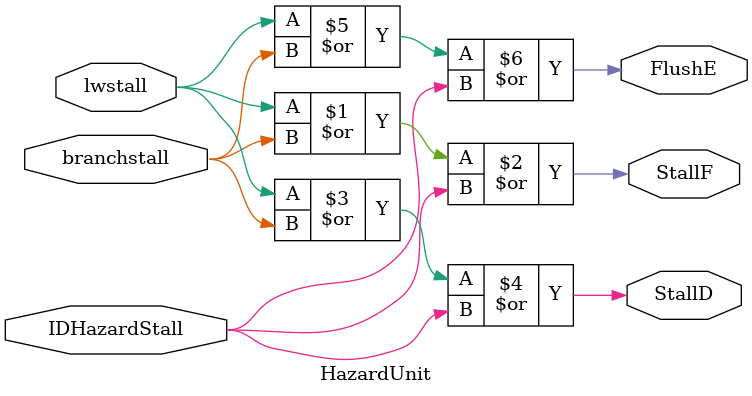
<source format=sv>
module HazardUnit (
    input logic IDHazardStall,
    input logic lwstall,
    input logic branchstall,
    output logic StallF,
    output logic StallD,
    output logic FlushE
);


assign StallF = lwstall | branchstall | IDHazardStall;
assign StallD = lwstall | branchstall | IDHazardStall;
assign FlushE = lwstall | branchstall | IDHazardStall;

endmodule
</source>
